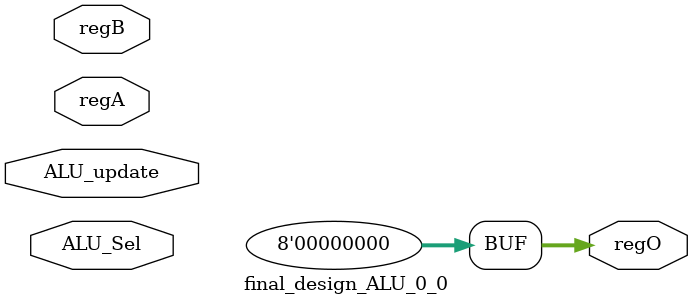
<source format=v>
module final_design_ALU_0_0(	// file.cleaned.mlir:2:3
  input  [7:0] regA,	// file.cleaned.mlir:2:38
               regB,	// file.cleaned.mlir:2:53
  input  [3:0] ALU_Sel,	// file.cleaned.mlir:2:68
  input        ALU_update,	// file.cleaned.mlir:2:86
  output [7:0] regO	// file.cleaned.mlir:2:108
);

  assign regO = 8'h0;	// file.cleaned.mlir:3:14, :4:5
endmodule


</source>
